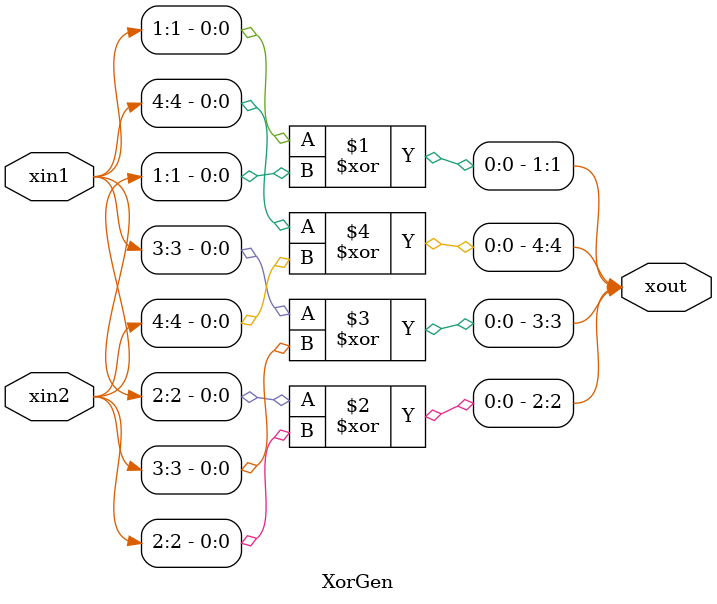
<source format=v>
/***************************************************
* File: xor_gen.v
* Author: Andrei Belov
* Class: EE 271
* Module: XorGen
* Description: Generate n XOR gates
****************************************************/

//  Generate n XOR gates
//
module XorGen
    #(parameter width=4,
                delay=10)
    (
        output[1:width] xout,
        input[1:width] xin1, xin2
    );
    generate
        // Variables used to specify the repetition are called genvars.
        // The index variable of a for loop in a generate block must be a genvar.
        genvar i;
        for (i = 1; i <= width; i = i+1)
            begin
                assign #delay
                    xout[i] = xin1[i] ^ xin2[i];
            end
    endgenerate
endmodule
</source>
